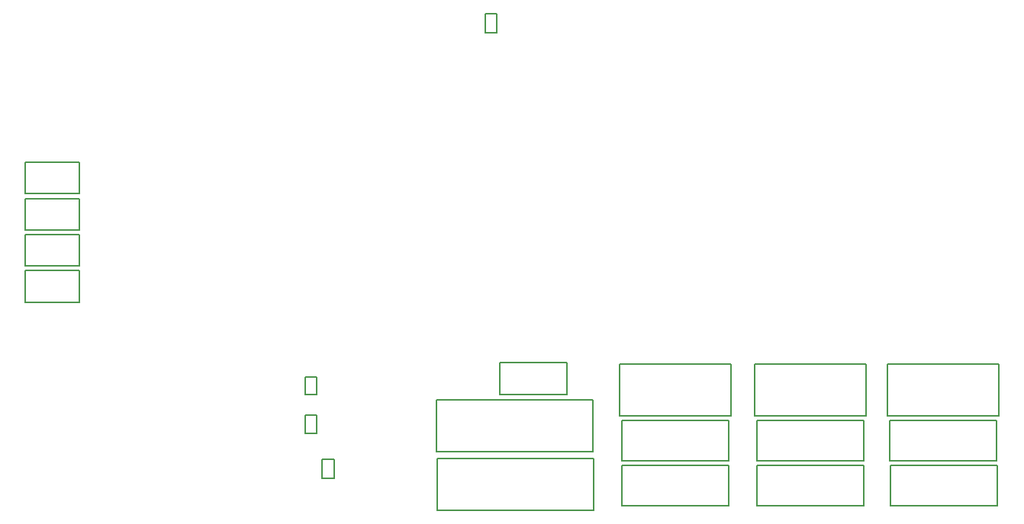
<source format=gbr>
%FSTAX23Y23*%
%MOIN*%
%SFA1B1*%

%IPPOS*%
%ADD12C,0.007874*%
%LNbrushed_pcb_top_3d_body-1*%
%LPD*%
G54D12*
X-00537Y-00641D02*
X00147D01*
Y-00868D02*
Y-00641D01*
X-00537Y-00868D02*
X00147D01*
X-00537D02*
Y-00641D01*
X00741Y-01105D02*
Y-00928D01*
X00273D02*
X00741D01*
X00273Y-01105D02*
Y-00928D01*
Y-01105D02*
X00741D01*
X0134Y-00709D02*
Y-00483D01*
X00852D02*
X0134D01*
X00852Y-00709D02*
Y-00483D01*
Y-00709D02*
X0134D01*
X-0111Y-00708D02*
X-0106D01*
X-0111Y-00787D02*
Y-00708D01*
Y-00787D02*
X-0106D01*
Y-00708*
X-01059Y-00618D02*
Y-00539D01*
X-01109Y-00618D02*
X-01059D01*
X-01109D02*
Y-00539D01*
X-01059*
X-00984Y-00983D02*
Y-009D01*
X-01037Y-00983D02*
X-00984D01*
X-01037D02*
Y-009D01*
X-00984*
X-02333Y00401D02*
X-02097D01*
Y00263D02*
Y00401D01*
X-02333Y00263D02*
X-02097D01*
X-02333D02*
Y00401D01*
Y00103D02*
Y00241D01*
Y00103D02*
X-02097D01*
Y00241*
X-02333D02*
X-02097D01*
X-02333Y-00053D02*
Y00084D01*
Y-00053D02*
X-02097D01*
Y00084*
X-02333D02*
X-02097D01*
X-02333Y-00213D02*
Y-00075D01*
Y-00213D02*
X-02097D01*
Y-00075*
X-02333D02*
X-02097D01*
X-00325Y00968D02*
Y01051D01*
X-00272*
Y00968D02*
Y01051D01*
X-00325Y00968D02*
X-00272D01*
X-00535Y-00898D02*
X00149D01*
Y-01125D02*
Y-00898D01*
X-00535Y-01125D02*
X00149D01*
X-00535D02*
Y-00898D01*
X0133Y-00908D02*
Y-00731D01*
X00862D02*
X0133D01*
X00862Y-00908D02*
Y-00731D01*
Y-00908D02*
X0133D01*
X00263Y-00709D02*
X00751D01*
X00263D02*
Y-00483D01*
X00751*
Y-00709D02*
Y-00483D01*
X01433Y-00709D02*
X01921D01*
X01433D02*
Y-00483D01*
X01921*
Y-00709D02*
Y-00483D01*
X-00261Y-00616D02*
Y-00478D01*
Y-00616D02*
X00033D01*
Y-00478*
X-00261D02*
X00033D01*
X00273Y-00908D02*
X00741D01*
X00273D02*
Y-00731D01*
X00741*
Y-00908D02*
Y-00731D01*
X00862Y-01105D02*
X0133D01*
X00862D02*
Y-00928D01*
X0133*
Y-01105D02*
Y-00928D01*
X01446Y-01105D02*
X01914D01*
X01446D02*
Y-00928D01*
X01914*
Y-01105D02*
Y-00928D01*
X01442Y-00908D02*
X01911D01*
X01442D02*
Y-00731D01*
X01911*
Y-00908D02*
Y-00731D01*
M02*
</source>
